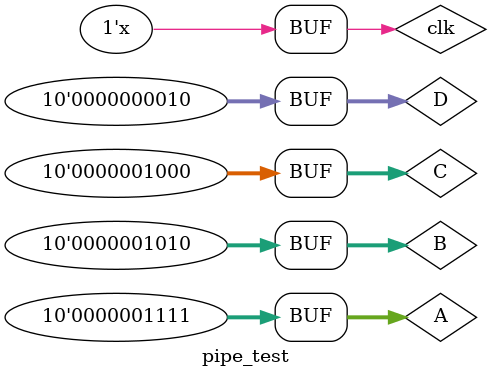
<source format=v>
`timescale 1ns / 1ps


module pipe_test;

	// Inputs
	reg [9:0] A;
	reg [9:0] B;
	reg [9:0] C;
	reg [9:0] D;
	reg clk;

	// Outputs
	wire [9:0] F;

	// Instantiate the Unit Under Test (UUT)
	pipe_ex uut (
		.A(A), 
		.B(B), 
		.C(C), 
		.D(D), 
		.clk(clk), 
		.F(F)
	);
	
	initial clk = 0;
	always #10 clk = ~clk;

	initial begin
		// Initialize Inputs
	#5	   A = 10;B = 12;C = 6;D = 3;
	#10 	A = 10;B = 10;C = 5;D = 3;
	#20	A = 20;B = 11;C = 1;D = 4;
	#20	A = 15;B = 10;C = 8;D = 2;
		// Wait 100 ns for global reset to finish
	
        
		// Add stimulus here

	end
	
      
endmodule


</source>
